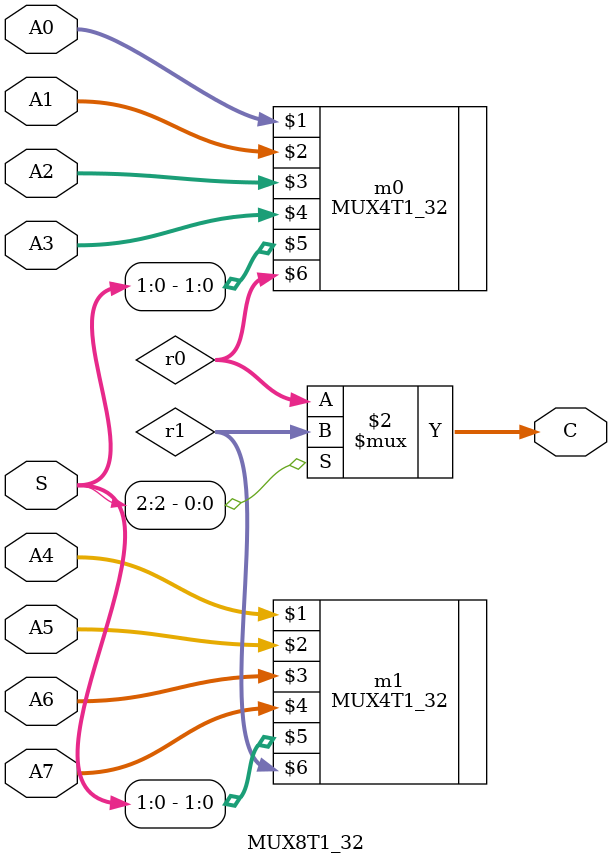
<source format=v>
`timescale 1ns / 1ps
module MUX8T1_32(
	input [31:0]A0,
	input [31:0]A1,
	input [31:0]A2,
	input [31:0]A3,
	input [31:0]A4,
	input [31:0]A5,
	input [31:0]A6,
	input [31:0]A7,
	input [2:0]S,
	output [31:0]C
    );
wire [31:0]r0;
wire [31:0]r1;

MUX4T1_32 m0(A0,A1,A2,A3,S[1:0],r0);
MUX4T1_32 m1(A4,A5,A6,A7,S[1:0],r1);

assign C=(S[2]==0)?r0:r1;

endmodule

</source>
